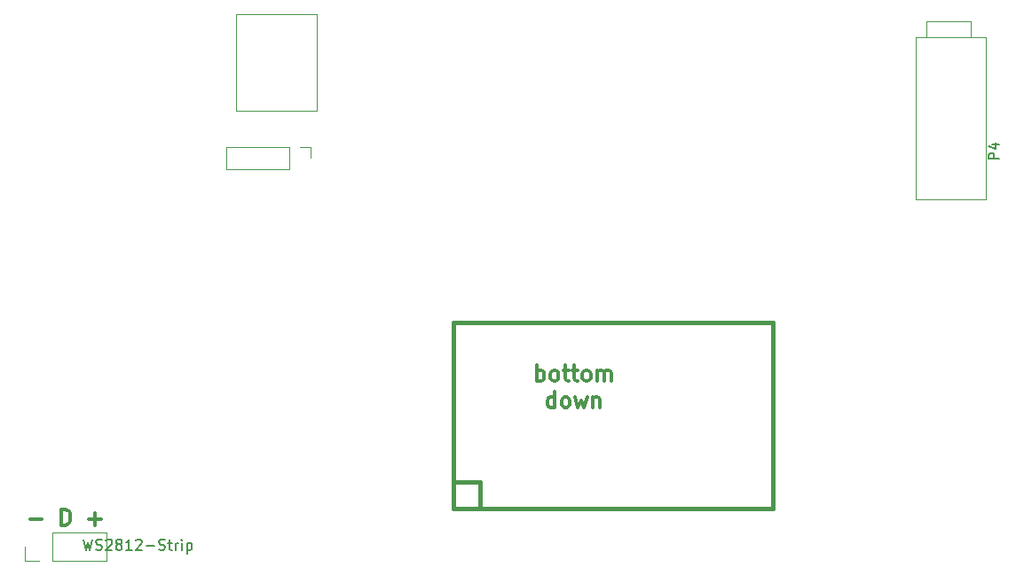
<source format=gbr>
%TF.GenerationSoftware,KiCad,Pcbnew,(2017-09-19 revision dddaa7e69)-makepkg*%
%TF.CreationDate,2017-10-17T20:10:02+02:00*%
%TF.ProjectId,lets_split,6C6574735F73706C69742E6B69636164,rev?*%
%TF.SameCoordinates,Original*%
%TF.FileFunction,Legend,Top*%
%TF.FilePolarity,Positive*%
%FSLAX46Y46*%
G04 Gerber Fmt 4.6, Leading zero omitted, Abs format (unit mm)*
G04 Created by KiCad (PCBNEW (2017-09-19 revision dddaa7e69)-makepkg) date 10/17/17 20:10:02*
%MOMM*%
%LPD*%
G01*
G04 APERTURE LIST*
%ADD10C,0.300000*%
%ADD11C,0.100000*%
%ADD12C,0.120000*%
%ADD13C,0.381000*%
%ADD14C,0.150000*%
G04 APERTURE END LIST*
D10*
X135464285Y-90403571D02*
X135464285Y-88903571D01*
X135464285Y-89475000D02*
X135607142Y-89403571D01*
X135892857Y-89403571D01*
X136035714Y-89475000D01*
X136107142Y-89546428D01*
X136178571Y-89689285D01*
X136178571Y-90117857D01*
X136107142Y-90260714D01*
X136035714Y-90332142D01*
X135892857Y-90403571D01*
X135607142Y-90403571D01*
X135464285Y-90332142D01*
X137035714Y-90403571D02*
X136892857Y-90332142D01*
X136821428Y-90260714D01*
X136750000Y-90117857D01*
X136750000Y-89689285D01*
X136821428Y-89546428D01*
X136892857Y-89475000D01*
X137035714Y-89403571D01*
X137250000Y-89403571D01*
X137392857Y-89475000D01*
X137464285Y-89546428D01*
X137535714Y-89689285D01*
X137535714Y-90117857D01*
X137464285Y-90260714D01*
X137392857Y-90332142D01*
X137250000Y-90403571D01*
X137035714Y-90403571D01*
X137964285Y-89403571D02*
X138535714Y-89403571D01*
X138178571Y-88903571D02*
X138178571Y-90189285D01*
X138250000Y-90332142D01*
X138392857Y-90403571D01*
X138535714Y-90403571D01*
X138821428Y-89403571D02*
X139392857Y-89403571D01*
X139035714Y-88903571D02*
X139035714Y-90189285D01*
X139107142Y-90332142D01*
X139250000Y-90403571D01*
X139392857Y-90403571D01*
X140107142Y-90403571D02*
X139964285Y-90332142D01*
X139892857Y-90260714D01*
X139821428Y-90117857D01*
X139821428Y-89689285D01*
X139892857Y-89546428D01*
X139964285Y-89475000D01*
X140107142Y-89403571D01*
X140321428Y-89403571D01*
X140464285Y-89475000D01*
X140535714Y-89546428D01*
X140607142Y-89689285D01*
X140607142Y-90117857D01*
X140535714Y-90260714D01*
X140464285Y-90332142D01*
X140321428Y-90403571D01*
X140107142Y-90403571D01*
X141250000Y-90403571D02*
X141250000Y-89403571D01*
X141250000Y-89546428D02*
X141321428Y-89475000D01*
X141464285Y-89403571D01*
X141678571Y-89403571D01*
X141821428Y-89475000D01*
X141892857Y-89617857D01*
X141892857Y-90403571D01*
X141892857Y-89617857D02*
X141964285Y-89475000D01*
X142107142Y-89403571D01*
X142321428Y-89403571D01*
X142464285Y-89475000D01*
X142535714Y-89617857D01*
X142535714Y-90403571D01*
X137178571Y-92953571D02*
X137178571Y-91453571D01*
X137178571Y-92882142D02*
X137035714Y-92953571D01*
X136750000Y-92953571D01*
X136607142Y-92882142D01*
X136535714Y-92810714D01*
X136464285Y-92667857D01*
X136464285Y-92239285D01*
X136535714Y-92096428D01*
X136607142Y-92025000D01*
X136750000Y-91953571D01*
X137035714Y-91953571D01*
X137178571Y-92025000D01*
X138107142Y-92953571D02*
X137964285Y-92882142D01*
X137892857Y-92810714D01*
X137821428Y-92667857D01*
X137821428Y-92239285D01*
X137892857Y-92096428D01*
X137964285Y-92025000D01*
X138107142Y-91953571D01*
X138321428Y-91953571D01*
X138464285Y-92025000D01*
X138535714Y-92096428D01*
X138607142Y-92239285D01*
X138607142Y-92667857D01*
X138535714Y-92810714D01*
X138464285Y-92882142D01*
X138321428Y-92953571D01*
X138107142Y-92953571D01*
X139107142Y-91953571D02*
X139392857Y-92953571D01*
X139678571Y-92239285D01*
X139964285Y-92953571D01*
X140250000Y-91953571D01*
X140821428Y-91953571D02*
X140821428Y-92953571D01*
X140821428Y-92096428D02*
X140892857Y-92025000D01*
X141035714Y-91953571D01*
X141250000Y-91953571D01*
X141392857Y-92025000D01*
X141464285Y-92167857D01*
X141464285Y-92953571D01*
X87107142Y-103607142D02*
X88250000Y-103607142D01*
X90107142Y-104178571D02*
X90107142Y-102678571D01*
X90464285Y-102678571D01*
X90678571Y-102750000D01*
X90821428Y-102892857D01*
X90892857Y-103035714D01*
X90964285Y-103321428D01*
X90964285Y-103535714D01*
X90892857Y-103821428D01*
X90821428Y-103964285D01*
X90678571Y-104107142D01*
X90464285Y-104178571D01*
X90107142Y-104178571D01*
X92750000Y-103607142D02*
X93892857Y-103607142D01*
X93321428Y-104178571D02*
X93321428Y-103035714D01*
D11*
%TO.C,P2*%
X106800000Y-55350000D02*
X106800000Y-64550000D01*
X114500000Y-64550000D02*
X106800000Y-64550000D01*
X114500000Y-55350000D02*
X106800000Y-55350000D01*
X114500000Y-55350000D02*
X114500000Y-64550000D01*
%TO.C,P4*%
X171592500Y-57528000D02*
X171592500Y-73028000D01*
X178292500Y-57528000D02*
X178292500Y-73028000D01*
X178292500Y-73028000D02*
X171592500Y-73028000D01*
X178292500Y-57528000D02*
X171592500Y-57528000D01*
X172656500Y-57528000D02*
X172656500Y-56028000D01*
X172656500Y-56028000D02*
X176847500Y-56028000D01*
X176847500Y-56028000D02*
X176847500Y-57528000D01*
D12*
%TO.C,P3*%
X86630000Y-107580000D02*
X86630000Y-106250000D01*
X87960000Y-107580000D02*
X86630000Y-107580000D01*
X89230000Y-107580000D02*
X89230000Y-104920000D01*
X89230000Y-104920000D02*
X94370000Y-104920000D01*
X89230000Y-107580000D02*
X94370000Y-107580000D01*
X94370000Y-107580000D02*
X94370000Y-104920000D01*
%TO.C,P1*%
X113910000Y-68040000D02*
X113910000Y-69100000D01*
X112850000Y-68040000D02*
X113910000Y-68040000D01*
X111850000Y-68040000D02*
X111850000Y-70160000D01*
X111850000Y-70160000D02*
X105790000Y-70160000D01*
X111850000Y-68040000D02*
X105790000Y-68040000D01*
X105790000Y-68040000D02*
X105790000Y-70160000D01*
D13*
%TO.C,U1*%
X127510000Y-84860000D02*
X127510000Y-102640000D01*
X127510000Y-102640000D02*
X157990000Y-102640000D01*
X157990000Y-102640000D02*
X157990000Y-84860000D01*
X157990000Y-84860000D02*
X127510000Y-84860000D01*
X127510000Y-100100000D02*
X130050000Y-100100000D01*
X130050000Y-100100000D02*
X130050000Y-102640000D01*
%TO.C,P4*%
D14*
X179585880Y-69191095D02*
X178585880Y-69191095D01*
X178585880Y-68810142D01*
X178633500Y-68714904D01*
X178681119Y-68667285D01*
X178776357Y-68619666D01*
X178919214Y-68619666D01*
X179014452Y-68667285D01*
X179062071Y-68714904D01*
X179109690Y-68810142D01*
X179109690Y-69191095D01*
X178919214Y-67762523D02*
X179585880Y-67762523D01*
X178538261Y-68000619D02*
X179252547Y-68238714D01*
X179252547Y-67619666D01*
%TO.C,P3*%
X92209523Y-105552380D02*
X92447619Y-106552380D01*
X92638095Y-105838095D01*
X92828571Y-106552380D01*
X93066666Y-105552380D01*
X93400000Y-106504761D02*
X93542857Y-106552380D01*
X93780952Y-106552380D01*
X93876190Y-106504761D01*
X93923809Y-106457142D01*
X93971428Y-106361904D01*
X93971428Y-106266666D01*
X93923809Y-106171428D01*
X93876190Y-106123809D01*
X93780952Y-106076190D01*
X93590476Y-106028571D01*
X93495238Y-105980952D01*
X93447619Y-105933333D01*
X93400000Y-105838095D01*
X93400000Y-105742857D01*
X93447619Y-105647619D01*
X93495238Y-105600000D01*
X93590476Y-105552380D01*
X93828571Y-105552380D01*
X93971428Y-105600000D01*
X94352380Y-105647619D02*
X94400000Y-105600000D01*
X94495238Y-105552380D01*
X94733333Y-105552380D01*
X94828571Y-105600000D01*
X94876190Y-105647619D01*
X94923809Y-105742857D01*
X94923809Y-105838095D01*
X94876190Y-105980952D01*
X94304761Y-106552380D01*
X94923809Y-106552380D01*
X95495238Y-105980952D02*
X95400000Y-105933333D01*
X95352380Y-105885714D01*
X95304761Y-105790476D01*
X95304761Y-105742857D01*
X95352380Y-105647619D01*
X95400000Y-105600000D01*
X95495238Y-105552380D01*
X95685714Y-105552380D01*
X95780952Y-105600000D01*
X95828571Y-105647619D01*
X95876190Y-105742857D01*
X95876190Y-105790476D01*
X95828571Y-105885714D01*
X95780952Y-105933333D01*
X95685714Y-105980952D01*
X95495238Y-105980952D01*
X95400000Y-106028571D01*
X95352380Y-106076190D01*
X95304761Y-106171428D01*
X95304761Y-106361904D01*
X95352380Y-106457142D01*
X95400000Y-106504761D01*
X95495238Y-106552380D01*
X95685714Y-106552380D01*
X95780952Y-106504761D01*
X95828571Y-106457142D01*
X95876190Y-106361904D01*
X95876190Y-106171428D01*
X95828571Y-106076190D01*
X95780952Y-106028571D01*
X95685714Y-105980952D01*
X96828571Y-106552380D02*
X96257142Y-106552380D01*
X96542857Y-106552380D02*
X96542857Y-105552380D01*
X96447619Y-105695238D01*
X96352380Y-105790476D01*
X96257142Y-105838095D01*
X97209523Y-105647619D02*
X97257142Y-105600000D01*
X97352380Y-105552380D01*
X97590476Y-105552380D01*
X97685714Y-105600000D01*
X97733333Y-105647619D01*
X97780952Y-105742857D01*
X97780952Y-105838095D01*
X97733333Y-105980952D01*
X97161904Y-106552380D01*
X97780952Y-106552380D01*
X98209523Y-106171428D02*
X98971428Y-106171428D01*
X99400000Y-106504761D02*
X99542857Y-106552380D01*
X99780952Y-106552380D01*
X99876190Y-106504761D01*
X99923809Y-106457142D01*
X99971428Y-106361904D01*
X99971428Y-106266666D01*
X99923809Y-106171428D01*
X99876190Y-106123809D01*
X99780952Y-106076190D01*
X99590476Y-106028571D01*
X99495238Y-105980952D01*
X99447619Y-105933333D01*
X99400000Y-105838095D01*
X99400000Y-105742857D01*
X99447619Y-105647619D01*
X99495238Y-105600000D01*
X99590476Y-105552380D01*
X99828571Y-105552380D01*
X99971428Y-105600000D01*
X100257142Y-105885714D02*
X100638095Y-105885714D01*
X100400000Y-105552380D02*
X100400000Y-106409523D01*
X100447619Y-106504761D01*
X100542857Y-106552380D01*
X100638095Y-106552380D01*
X100971428Y-106552380D02*
X100971428Y-105885714D01*
X100971428Y-106076190D02*
X101019047Y-105980952D01*
X101066666Y-105933333D01*
X101161904Y-105885714D01*
X101257142Y-105885714D01*
X101590476Y-106552380D02*
X101590476Y-105885714D01*
X101590476Y-105552380D02*
X101542857Y-105600000D01*
X101590476Y-105647619D01*
X101638095Y-105600000D01*
X101590476Y-105552380D01*
X101590476Y-105647619D01*
X102066666Y-105885714D02*
X102066666Y-106885714D01*
X102066666Y-105933333D02*
X102161904Y-105885714D01*
X102352380Y-105885714D01*
X102447619Y-105933333D01*
X102495238Y-105980952D01*
X102542857Y-106076190D01*
X102542857Y-106361904D01*
X102495238Y-106457142D01*
X102447619Y-106504761D01*
X102352380Y-106552380D01*
X102161904Y-106552380D01*
X102066666Y-106504761D01*
%TD*%
M02*

</source>
